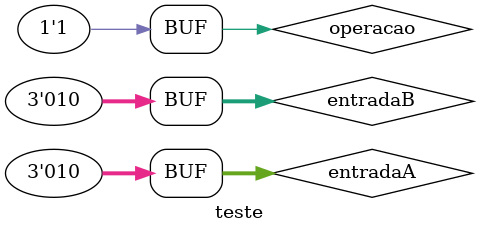
<source format=v>

module S1(output s, output co, input ci,input a, input b);
	wire xora,anda,andb;
	xor X1(xora,a,b);
	and A1(anda,a,b);
	xor X2(s,xora,ci);
	and A2(andb,xora,ci);
	or  O1(co,anda,andb);
endmodule

module SomaSub(output[2:0] s, output co, output over, input ci, input[2:0] a, input[2:0] b);
	wire co0,co1;
	wire xora, xorb, xorc;
	xor X1(xora,ci,b[0]);
	xor X2(xorb,ci,b[1]);
	xor X3(xorc,ci,b[2]);
	S1 SA(s[0],co0,ci,a[0],xora);
	S1 SB(s[1],co1,co0,a[1],xorb);
	S1 SC(s[2],co,co1,a[2],xorc);
	//verificaçao do over
	wire anda, andb, nota, notb, notc;
	not N1(nota, ci);
	not N2(notb, a[2]);
	not N3(notc, b[2]);
	and A1(anda,nota,notb,notc,s[2]);
	and A2(andb,notb,ci,b[2],s[2]);
	or  O1(over,anda,andb);
endmodule

module teste;
	wire[2:0] saida;
	wire over,carry;
	reg[2:0] entradaA, entradaB;
	reg operacao;
	SomaSub S1(saida,carry,over,operacao,entradaA,entradaB);
	initial begin
		$display("0=Soma 1=Subtracao");
		#1 entradaA=3'b000; entradaB=3'b000; operacao=1'b0;
		#1 $monitor("A=%3b B=%3b Operacao=%b Saida=%3b Carry=%b Over=%b",entradaA,entradaB,operacao,saida,carry,over);
		#1 entradaA=3'b000; entradaB=3'b010; operacao=1'b0;
		#1 entradaA=3'b011; entradaB=3'b001; operacao=1'b0;
		#1 entradaA=3'b111; entradaB=3'b001; operacao=1'b0;
		#1 entradaA=3'b111; entradaB=3'b111; operacao=1'b0;
		#1 entradaA=3'b000; entradaB=3'b001; operacao=1'b1;
		#1 entradaA=3'b001; entradaB=3'b011; operacao=1'b0;
		#1 entradaA=3'b111; entradaB=3'b111; operacao=1'b1;
		#1 entradaA=3'b011; entradaB=3'b001; operacao=1'b1;
		#1 entradaA=3'b010; entradaB=3'b010; operacao=1'b1;
	end
endmodule

</source>
